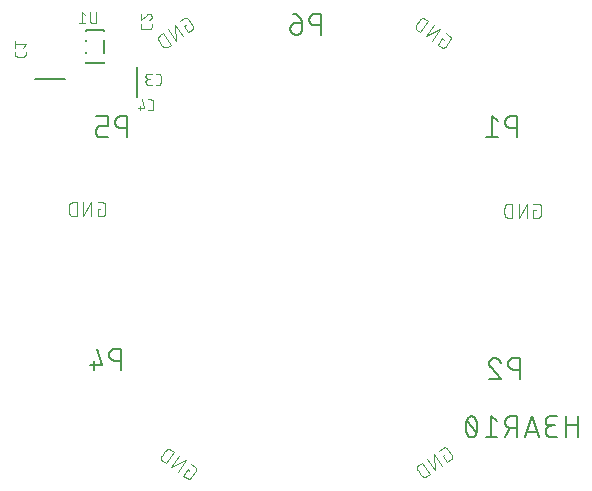
<source format=gbr>
G04 EAGLE Gerber RS-274X export*
G75*
%MOMM*%
%FSLAX34Y34*%
%LPD*%
%INSilkscreen Bottom*%
%IPPOS*%
%AMOC8*
5,1,8,0,0,1.08239X$1,22.5*%
G01*
%ADD10C,0.101600*%
%ADD11C,0.152400*%
%ADD12C,0.076200*%


D10*
X116266Y404603D02*
X114671Y405720D01*
X110948Y400403D01*
X114138Y398169D01*
X114221Y398114D01*
X114305Y398062D01*
X114392Y398013D01*
X114480Y397967D01*
X114570Y397925D01*
X114662Y397886D01*
X114755Y397851D01*
X114849Y397819D01*
X114944Y397791D01*
X115041Y397767D01*
X115138Y397746D01*
X115236Y397730D01*
X115335Y397716D01*
X115434Y397707D01*
X115533Y397702D01*
X115633Y397700D01*
X115732Y397702D01*
X115831Y397708D01*
X115930Y397718D01*
X116029Y397731D01*
X116127Y397749D01*
X116224Y397770D01*
X116320Y397794D01*
X116416Y397823D01*
X116510Y397855D01*
X116603Y397890D01*
X116694Y397929D01*
X116784Y397972D01*
X116872Y398018D01*
X116958Y398067D01*
X117043Y398120D01*
X117125Y398176D01*
X117205Y398235D01*
X117283Y398297D01*
X117358Y398362D01*
X117431Y398429D01*
X117501Y398500D01*
X117569Y398573D01*
X117633Y398649D01*
X117695Y398727D01*
X117754Y398807D01*
X121477Y404124D01*
X121532Y404207D01*
X121584Y404291D01*
X121633Y404378D01*
X121679Y404466D01*
X121721Y404556D01*
X121760Y404648D01*
X121795Y404741D01*
X121827Y404835D01*
X121855Y404930D01*
X121879Y405027D01*
X121900Y405124D01*
X121916Y405222D01*
X121930Y405321D01*
X121939Y405420D01*
X121944Y405519D01*
X121946Y405619D01*
X121944Y405718D01*
X121938Y405817D01*
X121928Y405916D01*
X121915Y406015D01*
X121897Y406113D01*
X121876Y406210D01*
X121852Y406306D01*
X121823Y406402D01*
X121791Y406496D01*
X121756Y406589D01*
X121717Y406680D01*
X121674Y406770D01*
X121628Y406858D01*
X121579Y406944D01*
X121526Y407029D01*
X121470Y407111D01*
X121411Y407191D01*
X121349Y407269D01*
X121284Y407344D01*
X121217Y407417D01*
X121146Y407487D01*
X121073Y407555D01*
X120997Y407619D01*
X120919Y407681D01*
X120839Y407740D01*
X120840Y407740D02*
X117649Y409974D01*
X112980Y413244D02*
X106278Y403673D01*
X100961Y407396D02*
X112980Y413244D01*
X107662Y416967D02*
X100961Y407396D01*
X96291Y410666D02*
X102992Y420237D01*
X100334Y422098D01*
X100334Y422099D02*
X100240Y422162D01*
X100144Y422222D01*
X100046Y422279D01*
X99946Y422332D01*
X99844Y422382D01*
X99740Y422428D01*
X99635Y422470D01*
X99529Y422509D01*
X99421Y422544D01*
X99312Y422575D01*
X99202Y422603D01*
X99091Y422626D01*
X98980Y422646D01*
X98868Y422662D01*
X98755Y422674D01*
X98642Y422682D01*
X98529Y422686D01*
X98415Y422686D01*
X98302Y422682D01*
X98189Y422674D01*
X98076Y422662D01*
X97964Y422646D01*
X97853Y422626D01*
X97742Y422603D01*
X97632Y422575D01*
X97523Y422544D01*
X97415Y422509D01*
X97309Y422470D01*
X97204Y422428D01*
X97100Y422382D01*
X96998Y422332D01*
X96898Y422279D01*
X96800Y422222D01*
X96704Y422162D01*
X96610Y422099D01*
X96519Y422032D01*
X96429Y421963D01*
X96342Y421890D01*
X96258Y421814D01*
X96177Y421735D01*
X96098Y421654D01*
X96022Y421570D01*
X95949Y421483D01*
X95880Y421394D01*
X95813Y421302D01*
X95814Y421301D02*
X92835Y417048D01*
X92772Y416954D01*
X92712Y416858D01*
X92655Y416760D01*
X92602Y416660D01*
X92552Y416558D01*
X92506Y416454D01*
X92464Y416349D01*
X92425Y416243D01*
X92390Y416135D01*
X92359Y416026D01*
X92331Y415916D01*
X92308Y415805D01*
X92288Y415694D01*
X92272Y415582D01*
X92260Y415469D01*
X92252Y415356D01*
X92248Y415243D01*
X92248Y415129D01*
X92252Y415016D01*
X92260Y414903D01*
X92272Y414790D01*
X92288Y414678D01*
X92308Y414567D01*
X92331Y414456D01*
X92359Y414346D01*
X92390Y414237D01*
X92425Y414129D01*
X92464Y414023D01*
X92506Y413918D01*
X92552Y413814D01*
X92602Y413712D01*
X92655Y413612D01*
X92712Y413514D01*
X92772Y413418D01*
X92835Y413324D01*
X92902Y413232D01*
X92971Y413143D01*
X93044Y413056D01*
X93120Y412972D01*
X93199Y412891D01*
X93280Y412812D01*
X93364Y412736D01*
X93451Y412663D01*
X93541Y412594D01*
X93632Y412527D01*
X96291Y410666D01*
X191916Y260219D02*
X193864Y260219D01*
X191916Y260219D02*
X191916Y253728D01*
X195811Y253728D01*
X195910Y253730D01*
X196010Y253736D01*
X196109Y253745D01*
X196207Y253758D01*
X196305Y253775D01*
X196403Y253796D01*
X196499Y253821D01*
X196594Y253849D01*
X196688Y253881D01*
X196781Y253916D01*
X196873Y253955D01*
X196963Y253998D01*
X197051Y254043D01*
X197138Y254093D01*
X197222Y254145D01*
X197305Y254201D01*
X197385Y254259D01*
X197463Y254321D01*
X197538Y254386D01*
X197611Y254454D01*
X197681Y254524D01*
X197749Y254597D01*
X197814Y254672D01*
X197876Y254750D01*
X197934Y254830D01*
X197990Y254913D01*
X198042Y254997D01*
X198092Y255084D01*
X198137Y255172D01*
X198180Y255262D01*
X198219Y255354D01*
X198254Y255447D01*
X198286Y255541D01*
X198314Y255636D01*
X198339Y255732D01*
X198360Y255830D01*
X198377Y255928D01*
X198390Y256026D01*
X198399Y256125D01*
X198405Y256225D01*
X198407Y256324D01*
X198408Y256324D02*
X198408Y262816D01*
X198407Y262816D02*
X198405Y262915D01*
X198399Y263015D01*
X198390Y263114D01*
X198377Y263212D01*
X198360Y263310D01*
X198339Y263408D01*
X198314Y263504D01*
X198286Y263599D01*
X198254Y263693D01*
X198219Y263786D01*
X198180Y263878D01*
X198137Y263968D01*
X198092Y264056D01*
X198042Y264143D01*
X197990Y264227D01*
X197934Y264310D01*
X197876Y264390D01*
X197814Y264468D01*
X197749Y264543D01*
X197681Y264616D01*
X197611Y264686D01*
X197538Y264754D01*
X197463Y264819D01*
X197385Y264881D01*
X197305Y264939D01*
X197222Y264995D01*
X197138Y265047D01*
X197051Y265097D01*
X196963Y265142D01*
X196873Y265185D01*
X196781Y265224D01*
X196688Y265259D01*
X196594Y265291D01*
X196499Y265319D01*
X196403Y265344D01*
X196305Y265365D01*
X196207Y265382D01*
X196109Y265395D01*
X196010Y265404D01*
X195910Y265410D01*
X195811Y265412D01*
X191916Y265412D01*
X186216Y265412D02*
X186216Y253728D01*
X179724Y253728D02*
X186216Y265412D01*
X179724Y265412D02*
X179724Y253728D01*
X174024Y253728D02*
X174024Y265412D01*
X170778Y265412D01*
X170665Y265410D01*
X170552Y265404D01*
X170439Y265394D01*
X170326Y265380D01*
X170214Y265363D01*
X170103Y265341D01*
X169993Y265316D01*
X169883Y265286D01*
X169775Y265253D01*
X169668Y265216D01*
X169562Y265176D01*
X169458Y265131D01*
X169355Y265083D01*
X169254Y265032D01*
X169155Y264977D01*
X169058Y264919D01*
X168963Y264857D01*
X168870Y264792D01*
X168780Y264724D01*
X168692Y264653D01*
X168606Y264578D01*
X168523Y264501D01*
X168443Y264421D01*
X168366Y264338D01*
X168291Y264252D01*
X168220Y264164D01*
X168152Y264074D01*
X168087Y263981D01*
X168025Y263886D01*
X167967Y263789D01*
X167912Y263690D01*
X167861Y263589D01*
X167813Y263486D01*
X167768Y263382D01*
X167728Y263276D01*
X167691Y263169D01*
X167658Y263061D01*
X167628Y262951D01*
X167603Y262841D01*
X167581Y262730D01*
X167564Y262618D01*
X167550Y262505D01*
X167540Y262392D01*
X167534Y262279D01*
X167532Y262166D01*
X167532Y256974D01*
X167534Y256861D01*
X167540Y256748D01*
X167550Y256635D01*
X167564Y256522D01*
X167581Y256410D01*
X167603Y256299D01*
X167628Y256189D01*
X167658Y256079D01*
X167691Y255971D01*
X167728Y255864D01*
X167768Y255758D01*
X167813Y255654D01*
X167861Y255551D01*
X167912Y255450D01*
X167967Y255351D01*
X168025Y255254D01*
X168087Y255159D01*
X168152Y255066D01*
X168220Y254976D01*
X168291Y254888D01*
X168366Y254802D01*
X168443Y254719D01*
X168523Y254639D01*
X168606Y254562D01*
X168692Y254487D01*
X168780Y254416D01*
X168870Y254348D01*
X168963Y254283D01*
X169058Y254221D01*
X169155Y254163D01*
X169254Y254108D01*
X169355Y254057D01*
X169458Y254009D01*
X169562Y253964D01*
X169668Y253924D01*
X169775Y253887D01*
X169883Y253854D01*
X169993Y253824D01*
X170103Y253799D01*
X170214Y253777D01*
X170326Y253760D01*
X170439Y253746D01*
X170552Y253736D01*
X170665Y253730D01*
X170778Y253728D01*
X174024Y253728D01*
X116791Y53470D02*
X115196Y52353D01*
X118919Y47036D01*
X122110Y49270D01*
X122109Y49270D02*
X122189Y49329D01*
X122267Y49391D01*
X122343Y49455D01*
X122416Y49523D01*
X122487Y49593D01*
X122554Y49666D01*
X122619Y49741D01*
X122681Y49819D01*
X122740Y49899D01*
X122796Y49981D01*
X122849Y50066D01*
X122898Y50152D01*
X122944Y50240D01*
X122987Y50330D01*
X123026Y50421D01*
X123061Y50514D01*
X123093Y50608D01*
X123122Y50704D01*
X123146Y50800D01*
X123167Y50897D01*
X123185Y50995D01*
X123198Y51094D01*
X123208Y51193D01*
X123214Y51292D01*
X123216Y51391D01*
X123214Y51491D01*
X123209Y51590D01*
X123199Y51689D01*
X123186Y51788D01*
X123170Y51886D01*
X123149Y51983D01*
X123125Y52080D01*
X123097Y52175D01*
X123065Y52269D01*
X123030Y52362D01*
X122991Y52454D01*
X122949Y52544D01*
X122903Y52632D01*
X122854Y52719D01*
X122802Y52803D01*
X122747Y52886D01*
X119024Y58203D01*
X118965Y58283D01*
X118903Y58361D01*
X118839Y58437D01*
X118771Y58510D01*
X118701Y58581D01*
X118628Y58648D01*
X118553Y58713D01*
X118475Y58775D01*
X118395Y58834D01*
X118313Y58890D01*
X118228Y58943D01*
X118142Y58992D01*
X118054Y59038D01*
X117964Y59081D01*
X117873Y59120D01*
X117780Y59155D01*
X117686Y59187D01*
X117590Y59216D01*
X117494Y59240D01*
X117397Y59261D01*
X117299Y59279D01*
X117200Y59292D01*
X117101Y59302D01*
X117002Y59308D01*
X116903Y59310D01*
X116803Y59308D01*
X116704Y59303D01*
X116605Y59294D01*
X116506Y59280D01*
X116408Y59264D01*
X116311Y59243D01*
X116214Y59219D01*
X116119Y59191D01*
X116025Y59159D01*
X115932Y59124D01*
X115840Y59085D01*
X115750Y59043D01*
X115662Y58997D01*
X115575Y58948D01*
X115491Y58896D01*
X115408Y58841D01*
X112218Y56607D01*
X107548Y53337D02*
X114249Y43766D01*
X108932Y40043D02*
X107548Y53337D01*
X102231Y49614D02*
X108932Y40043D01*
X104262Y36773D02*
X97561Y46344D01*
X94902Y44482D01*
X94902Y44483D02*
X94811Y44416D01*
X94721Y44347D01*
X94634Y44274D01*
X94550Y44198D01*
X94469Y44119D01*
X94390Y44038D01*
X94314Y43954D01*
X94241Y43867D01*
X94172Y43778D01*
X94105Y43686D01*
X94042Y43592D01*
X93982Y43496D01*
X93925Y43398D01*
X93872Y43298D01*
X93822Y43196D01*
X93776Y43092D01*
X93734Y42987D01*
X93695Y42881D01*
X93660Y42773D01*
X93629Y42664D01*
X93601Y42554D01*
X93578Y42443D01*
X93558Y42332D01*
X93542Y42220D01*
X93530Y42107D01*
X93522Y41994D01*
X93518Y41881D01*
X93518Y41767D01*
X93522Y41654D01*
X93530Y41541D01*
X93542Y41428D01*
X93558Y41316D01*
X93578Y41205D01*
X93601Y41094D01*
X93629Y40984D01*
X93660Y40875D01*
X93695Y40767D01*
X93734Y40661D01*
X93776Y40556D01*
X93822Y40452D01*
X93872Y40350D01*
X93925Y40250D01*
X93982Y40152D01*
X94042Y40056D01*
X94105Y39962D01*
X97084Y35708D01*
X97083Y35708D02*
X97150Y35617D01*
X97219Y35527D01*
X97292Y35440D01*
X97368Y35356D01*
X97447Y35275D01*
X97528Y35196D01*
X97612Y35120D01*
X97699Y35047D01*
X97789Y34978D01*
X97880Y34911D01*
X97974Y34848D01*
X98070Y34788D01*
X98168Y34731D01*
X98268Y34678D01*
X98370Y34628D01*
X98474Y34582D01*
X98579Y34540D01*
X98685Y34501D01*
X98793Y34466D01*
X98902Y34435D01*
X99012Y34407D01*
X99123Y34384D01*
X99234Y34364D01*
X99346Y34348D01*
X99459Y34336D01*
X99572Y34328D01*
X99685Y34324D01*
X99799Y34324D01*
X99912Y34328D01*
X100025Y34336D01*
X100138Y34348D01*
X100250Y34364D01*
X100361Y34384D01*
X100472Y34407D01*
X100582Y34435D01*
X100691Y34466D01*
X100799Y34501D01*
X100905Y34540D01*
X101010Y34582D01*
X101114Y34628D01*
X101216Y34678D01*
X101316Y34731D01*
X101414Y34788D01*
X101510Y34848D01*
X101604Y34911D01*
X104262Y36773D01*
X-99234Y39703D02*
X-100829Y40820D01*
X-104552Y35503D01*
X-101362Y33269D01*
X-101279Y33214D01*
X-101195Y33162D01*
X-101108Y33113D01*
X-101020Y33067D01*
X-100930Y33025D01*
X-100838Y32986D01*
X-100745Y32951D01*
X-100651Y32919D01*
X-100556Y32891D01*
X-100459Y32867D01*
X-100362Y32846D01*
X-100264Y32830D01*
X-100165Y32817D01*
X-100066Y32807D01*
X-99967Y32802D01*
X-99867Y32800D01*
X-99768Y32802D01*
X-99669Y32808D01*
X-99570Y32818D01*
X-99471Y32831D01*
X-99373Y32849D01*
X-99276Y32870D01*
X-99180Y32894D01*
X-99084Y32923D01*
X-98990Y32955D01*
X-98897Y32990D01*
X-98806Y33029D01*
X-98716Y33072D01*
X-98628Y33118D01*
X-98542Y33167D01*
X-98457Y33220D01*
X-98375Y33276D01*
X-98295Y33335D01*
X-98217Y33397D01*
X-98142Y33462D01*
X-98069Y33529D01*
X-97999Y33600D01*
X-97931Y33673D01*
X-97867Y33749D01*
X-97805Y33827D01*
X-97746Y33907D01*
X-94023Y39224D01*
X-93968Y39307D01*
X-93916Y39391D01*
X-93867Y39478D01*
X-93821Y39566D01*
X-93779Y39656D01*
X-93740Y39748D01*
X-93705Y39841D01*
X-93673Y39935D01*
X-93645Y40030D01*
X-93621Y40127D01*
X-93600Y40224D01*
X-93584Y40322D01*
X-93571Y40421D01*
X-93561Y40520D01*
X-93556Y40619D01*
X-93554Y40719D01*
X-93556Y40818D01*
X-93562Y40917D01*
X-93572Y41016D01*
X-93585Y41115D01*
X-93603Y41213D01*
X-93624Y41310D01*
X-93648Y41406D01*
X-93677Y41502D01*
X-93709Y41596D01*
X-93744Y41689D01*
X-93783Y41780D01*
X-93826Y41870D01*
X-93872Y41958D01*
X-93921Y42044D01*
X-93974Y42129D01*
X-94030Y42211D01*
X-94089Y42291D01*
X-94151Y42369D01*
X-94216Y42444D01*
X-94283Y42517D01*
X-94354Y42587D01*
X-94427Y42655D01*
X-94503Y42719D01*
X-94581Y42781D01*
X-94661Y42840D01*
X-94660Y42840D02*
X-97851Y45074D01*
X-102521Y48344D02*
X-109222Y38773D01*
X-114540Y42496D02*
X-102521Y48344D01*
X-107838Y52067D02*
X-114540Y42496D01*
X-119209Y45766D02*
X-112508Y55337D01*
X-115166Y57198D01*
X-115166Y57199D02*
X-115260Y57262D01*
X-115356Y57322D01*
X-115454Y57379D01*
X-115554Y57432D01*
X-115656Y57482D01*
X-115760Y57528D01*
X-115865Y57570D01*
X-115971Y57609D01*
X-116079Y57644D01*
X-116188Y57675D01*
X-116298Y57703D01*
X-116409Y57726D01*
X-116520Y57746D01*
X-116632Y57762D01*
X-116745Y57774D01*
X-116858Y57782D01*
X-116971Y57786D01*
X-117085Y57786D01*
X-117198Y57782D01*
X-117311Y57774D01*
X-117424Y57762D01*
X-117536Y57746D01*
X-117647Y57726D01*
X-117758Y57703D01*
X-117868Y57675D01*
X-117977Y57644D01*
X-118085Y57609D01*
X-118191Y57570D01*
X-118296Y57528D01*
X-118400Y57482D01*
X-118502Y57432D01*
X-118602Y57379D01*
X-118700Y57322D01*
X-118796Y57262D01*
X-118890Y57199D01*
X-118981Y57132D01*
X-119071Y57063D01*
X-119158Y56990D01*
X-119242Y56914D01*
X-119323Y56835D01*
X-119402Y56754D01*
X-119478Y56670D01*
X-119551Y56583D01*
X-119620Y56494D01*
X-119687Y56402D01*
X-119687Y56401D02*
X-122665Y52148D01*
X-122666Y52148D02*
X-122729Y52054D01*
X-122789Y51958D01*
X-122846Y51860D01*
X-122899Y51760D01*
X-122949Y51658D01*
X-122995Y51554D01*
X-123037Y51449D01*
X-123076Y51343D01*
X-123111Y51235D01*
X-123142Y51126D01*
X-123170Y51016D01*
X-123193Y50905D01*
X-123213Y50794D01*
X-123229Y50682D01*
X-123241Y50569D01*
X-123249Y50456D01*
X-123253Y50343D01*
X-123253Y50229D01*
X-123249Y50116D01*
X-123241Y50003D01*
X-123229Y49890D01*
X-123213Y49778D01*
X-123193Y49667D01*
X-123170Y49556D01*
X-123142Y49446D01*
X-123111Y49337D01*
X-123076Y49229D01*
X-123037Y49123D01*
X-122995Y49018D01*
X-122949Y48914D01*
X-122899Y48812D01*
X-122846Y48712D01*
X-122789Y48614D01*
X-122729Y48518D01*
X-122666Y48424D01*
X-122599Y48332D01*
X-122530Y48243D01*
X-122457Y48156D01*
X-122381Y48072D01*
X-122302Y47991D01*
X-122221Y47912D01*
X-122137Y47836D01*
X-122050Y47763D01*
X-121960Y47694D01*
X-121869Y47627D01*
X-121868Y47627D02*
X-119209Y45766D01*
X-174906Y261489D02*
X-176854Y261489D01*
X-176854Y254998D01*
X-172959Y254998D01*
X-172860Y255000D01*
X-172760Y255006D01*
X-172661Y255015D01*
X-172563Y255028D01*
X-172465Y255045D01*
X-172367Y255066D01*
X-172271Y255091D01*
X-172176Y255119D01*
X-172082Y255151D01*
X-171989Y255186D01*
X-171897Y255225D01*
X-171807Y255268D01*
X-171719Y255313D01*
X-171632Y255363D01*
X-171548Y255415D01*
X-171465Y255471D01*
X-171385Y255529D01*
X-171307Y255591D01*
X-171232Y255656D01*
X-171159Y255724D01*
X-171089Y255794D01*
X-171021Y255867D01*
X-170956Y255942D01*
X-170894Y256020D01*
X-170836Y256100D01*
X-170780Y256183D01*
X-170728Y256267D01*
X-170678Y256354D01*
X-170633Y256442D01*
X-170590Y256532D01*
X-170551Y256624D01*
X-170516Y256717D01*
X-170484Y256811D01*
X-170456Y256906D01*
X-170431Y257002D01*
X-170410Y257100D01*
X-170393Y257198D01*
X-170380Y257296D01*
X-170371Y257395D01*
X-170365Y257495D01*
X-170363Y257594D01*
X-170363Y264086D01*
X-170365Y264185D01*
X-170371Y264285D01*
X-170380Y264384D01*
X-170393Y264482D01*
X-170410Y264580D01*
X-170431Y264678D01*
X-170456Y264774D01*
X-170484Y264869D01*
X-170516Y264963D01*
X-170551Y265056D01*
X-170590Y265148D01*
X-170633Y265238D01*
X-170678Y265326D01*
X-170728Y265413D01*
X-170780Y265497D01*
X-170836Y265580D01*
X-170894Y265660D01*
X-170956Y265738D01*
X-171021Y265813D01*
X-171089Y265886D01*
X-171159Y265956D01*
X-171232Y266024D01*
X-171307Y266089D01*
X-171385Y266151D01*
X-171465Y266209D01*
X-171548Y266265D01*
X-171632Y266317D01*
X-171719Y266367D01*
X-171807Y266412D01*
X-171897Y266455D01*
X-171989Y266494D01*
X-172081Y266529D01*
X-172176Y266561D01*
X-172271Y266589D01*
X-172367Y266614D01*
X-172465Y266635D01*
X-172563Y266652D01*
X-172661Y266665D01*
X-172760Y266674D01*
X-172860Y266680D01*
X-172959Y266682D01*
X-176854Y266682D01*
X-182554Y266682D02*
X-182554Y254998D01*
X-189046Y254998D02*
X-182554Y266682D01*
X-189046Y266682D02*
X-189046Y254998D01*
X-194746Y254998D02*
X-194746Y266682D01*
X-197992Y266682D01*
X-198105Y266680D01*
X-198218Y266674D01*
X-198331Y266664D01*
X-198444Y266650D01*
X-198556Y266633D01*
X-198667Y266611D01*
X-198777Y266586D01*
X-198887Y266556D01*
X-198995Y266523D01*
X-199102Y266486D01*
X-199208Y266446D01*
X-199312Y266401D01*
X-199415Y266353D01*
X-199516Y266302D01*
X-199615Y266247D01*
X-199712Y266189D01*
X-199807Y266127D01*
X-199900Y266062D01*
X-199990Y265994D01*
X-200078Y265923D01*
X-200164Y265848D01*
X-200247Y265771D01*
X-200327Y265691D01*
X-200404Y265608D01*
X-200479Y265522D01*
X-200550Y265434D01*
X-200618Y265344D01*
X-200683Y265251D01*
X-200745Y265156D01*
X-200803Y265059D01*
X-200858Y264960D01*
X-200909Y264859D01*
X-200957Y264756D01*
X-201002Y264652D01*
X-201042Y264546D01*
X-201079Y264439D01*
X-201112Y264331D01*
X-201142Y264221D01*
X-201167Y264111D01*
X-201189Y264000D01*
X-201206Y263888D01*
X-201220Y263775D01*
X-201230Y263662D01*
X-201236Y263549D01*
X-201238Y263436D01*
X-201238Y258244D01*
X-201236Y258131D01*
X-201230Y258018D01*
X-201220Y257905D01*
X-201206Y257792D01*
X-201189Y257680D01*
X-201167Y257569D01*
X-201142Y257459D01*
X-201112Y257349D01*
X-201079Y257241D01*
X-201042Y257134D01*
X-201002Y257028D01*
X-200957Y256924D01*
X-200909Y256821D01*
X-200858Y256720D01*
X-200803Y256621D01*
X-200745Y256524D01*
X-200683Y256429D01*
X-200618Y256336D01*
X-200550Y256246D01*
X-200479Y256158D01*
X-200404Y256072D01*
X-200327Y255989D01*
X-200247Y255909D01*
X-200164Y255832D01*
X-200078Y255757D01*
X-199990Y255686D01*
X-199900Y255618D01*
X-199807Y255553D01*
X-199712Y255491D01*
X-199615Y255433D01*
X-199516Y255378D01*
X-199415Y255327D01*
X-199312Y255279D01*
X-199208Y255234D01*
X-199102Y255194D01*
X-198995Y255157D01*
X-198887Y255124D01*
X-198777Y255094D01*
X-198667Y255069D01*
X-198556Y255047D01*
X-198444Y255030D01*
X-198331Y255016D01*
X-198218Y255006D01*
X-198105Y255000D01*
X-197992Y254998D01*
X-194746Y254998D01*
X-104114Y415983D02*
X-102519Y417100D01*
X-104114Y415983D02*
X-100391Y410666D01*
X-97201Y412900D01*
X-97121Y412959D01*
X-97043Y413021D01*
X-96967Y413085D01*
X-96894Y413153D01*
X-96823Y413223D01*
X-96756Y413296D01*
X-96691Y413371D01*
X-96629Y413449D01*
X-96570Y413529D01*
X-96514Y413611D01*
X-96461Y413696D01*
X-96412Y413782D01*
X-96366Y413870D01*
X-96323Y413960D01*
X-96284Y414051D01*
X-96249Y414144D01*
X-96217Y414238D01*
X-96188Y414334D01*
X-96164Y414430D01*
X-96143Y414527D01*
X-96125Y414625D01*
X-96112Y414724D01*
X-96102Y414823D01*
X-96096Y414922D01*
X-96094Y415021D01*
X-96096Y415121D01*
X-96101Y415220D01*
X-96111Y415319D01*
X-96124Y415418D01*
X-96140Y415516D01*
X-96161Y415613D01*
X-96185Y415710D01*
X-96213Y415805D01*
X-96245Y415899D01*
X-96280Y415992D01*
X-96319Y416084D01*
X-96361Y416174D01*
X-96407Y416262D01*
X-96456Y416349D01*
X-96508Y416433D01*
X-96563Y416516D01*
X-100286Y421833D01*
X-100345Y421913D01*
X-100407Y421991D01*
X-100471Y422067D01*
X-100539Y422140D01*
X-100609Y422211D01*
X-100682Y422278D01*
X-100757Y422343D01*
X-100835Y422405D01*
X-100915Y422464D01*
X-100997Y422520D01*
X-101082Y422573D01*
X-101168Y422622D01*
X-101256Y422668D01*
X-101346Y422711D01*
X-101437Y422750D01*
X-101530Y422785D01*
X-101624Y422817D01*
X-101720Y422846D01*
X-101816Y422870D01*
X-101913Y422891D01*
X-102011Y422909D01*
X-102110Y422922D01*
X-102209Y422932D01*
X-102308Y422938D01*
X-102407Y422940D01*
X-102507Y422938D01*
X-102606Y422933D01*
X-102705Y422923D01*
X-102804Y422910D01*
X-102902Y422894D01*
X-102999Y422873D01*
X-103096Y422849D01*
X-103191Y422821D01*
X-103285Y422789D01*
X-103378Y422754D01*
X-103470Y422715D01*
X-103560Y422673D01*
X-103648Y422627D01*
X-103735Y422578D01*
X-103819Y422526D01*
X-103902Y422471D01*
X-107092Y420237D01*
X-111762Y416967D02*
X-105061Y407396D01*
X-110378Y403673D02*
X-111762Y416967D01*
X-117080Y413244D02*
X-110378Y403673D01*
X-115048Y400403D02*
X-121750Y409974D01*
X-124408Y408112D01*
X-124409Y408113D02*
X-124500Y408046D01*
X-124590Y407977D01*
X-124677Y407904D01*
X-124761Y407828D01*
X-124842Y407749D01*
X-124921Y407668D01*
X-124997Y407584D01*
X-125070Y407497D01*
X-125139Y407407D01*
X-125206Y407316D01*
X-125269Y407222D01*
X-125329Y407126D01*
X-125386Y407028D01*
X-125439Y406928D01*
X-125489Y406826D01*
X-125535Y406722D01*
X-125577Y406617D01*
X-125616Y406511D01*
X-125651Y406403D01*
X-125682Y406294D01*
X-125710Y406184D01*
X-125733Y406073D01*
X-125753Y405962D01*
X-125769Y405850D01*
X-125781Y405737D01*
X-125789Y405624D01*
X-125793Y405511D01*
X-125793Y405397D01*
X-125789Y405284D01*
X-125781Y405171D01*
X-125769Y405058D01*
X-125753Y404946D01*
X-125733Y404835D01*
X-125710Y404724D01*
X-125682Y404614D01*
X-125651Y404505D01*
X-125616Y404397D01*
X-125577Y404291D01*
X-125535Y404186D01*
X-125489Y404082D01*
X-125439Y403980D01*
X-125386Y403880D01*
X-125329Y403782D01*
X-125269Y403686D01*
X-125206Y403592D01*
X-125205Y403592D02*
X-122227Y399338D01*
X-122160Y399247D01*
X-122091Y399157D01*
X-122018Y399070D01*
X-121942Y398986D01*
X-121863Y398905D01*
X-121782Y398826D01*
X-121698Y398750D01*
X-121611Y398677D01*
X-121521Y398608D01*
X-121430Y398541D01*
X-121336Y398478D01*
X-121240Y398418D01*
X-121142Y398361D01*
X-121042Y398308D01*
X-120940Y398258D01*
X-120836Y398212D01*
X-120731Y398170D01*
X-120625Y398131D01*
X-120517Y398096D01*
X-120408Y398065D01*
X-120298Y398037D01*
X-120187Y398014D01*
X-120076Y397994D01*
X-119964Y397978D01*
X-119851Y397966D01*
X-119738Y397958D01*
X-119625Y397954D01*
X-119511Y397954D01*
X-119398Y397958D01*
X-119285Y397966D01*
X-119172Y397978D01*
X-119060Y397994D01*
X-118949Y398014D01*
X-118838Y398037D01*
X-118728Y398065D01*
X-118619Y398096D01*
X-118511Y398131D01*
X-118405Y398170D01*
X-118300Y398212D01*
X-118196Y398258D01*
X-118094Y398308D01*
X-117994Y398361D01*
X-117896Y398418D01*
X-117800Y398478D01*
X-117706Y398541D01*
X-115048Y400403D01*
D11*
X177886Y339690D02*
X177886Y321910D01*
X177886Y339690D02*
X172948Y339690D01*
X172808Y339688D01*
X172669Y339682D01*
X172529Y339672D01*
X172390Y339658D01*
X172251Y339641D01*
X172113Y339619D01*
X171976Y339593D01*
X171839Y339564D01*
X171703Y339531D01*
X171569Y339494D01*
X171435Y339453D01*
X171303Y339408D01*
X171171Y339359D01*
X171042Y339307D01*
X170914Y339252D01*
X170787Y339192D01*
X170662Y339129D01*
X170539Y339063D01*
X170418Y338993D01*
X170299Y338920D01*
X170182Y338843D01*
X170068Y338763D01*
X169955Y338680D01*
X169845Y338594D01*
X169738Y338504D01*
X169633Y338412D01*
X169531Y338317D01*
X169431Y338219D01*
X169334Y338118D01*
X169240Y338014D01*
X169150Y337908D01*
X169062Y337799D01*
X168977Y337688D01*
X168896Y337574D01*
X168817Y337459D01*
X168742Y337341D01*
X168671Y337221D01*
X168603Y337098D01*
X168538Y336975D01*
X168477Y336849D01*
X168419Y336721D01*
X168365Y336593D01*
X168315Y336462D01*
X168268Y336330D01*
X168225Y336197D01*
X168186Y336063D01*
X168151Y335928D01*
X168120Y335792D01*
X168092Y335654D01*
X168069Y335517D01*
X168049Y335378D01*
X168033Y335239D01*
X168021Y335100D01*
X168013Y334961D01*
X168009Y334821D01*
X168009Y334681D01*
X168013Y334541D01*
X168021Y334402D01*
X168033Y334263D01*
X168049Y334124D01*
X168069Y333985D01*
X168092Y333848D01*
X168120Y333710D01*
X168151Y333574D01*
X168186Y333439D01*
X168225Y333305D01*
X168268Y333172D01*
X168315Y333040D01*
X168365Y332909D01*
X168419Y332781D01*
X168477Y332653D01*
X168538Y332527D01*
X168603Y332404D01*
X168671Y332282D01*
X168742Y332161D01*
X168817Y332043D01*
X168896Y331928D01*
X168977Y331814D01*
X169062Y331703D01*
X169150Y331594D01*
X169240Y331488D01*
X169334Y331384D01*
X169431Y331283D01*
X169531Y331185D01*
X169633Y331090D01*
X169738Y330998D01*
X169845Y330908D01*
X169955Y330822D01*
X170068Y330739D01*
X170182Y330659D01*
X170299Y330582D01*
X170418Y330509D01*
X170539Y330439D01*
X170662Y330373D01*
X170787Y330310D01*
X170914Y330250D01*
X171042Y330195D01*
X171171Y330143D01*
X171303Y330094D01*
X171435Y330049D01*
X171569Y330008D01*
X171703Y329971D01*
X171839Y329938D01*
X171976Y329909D01*
X172113Y329883D01*
X172251Y329861D01*
X172390Y329844D01*
X172529Y329830D01*
X172669Y329820D01*
X172808Y329814D01*
X172948Y329812D01*
X177886Y329812D01*
X161891Y335739D02*
X156952Y339690D01*
X156952Y321910D01*
X152014Y321910D02*
X161891Y321910D01*
X180426Y135100D02*
X180426Y117320D01*
X180426Y135100D02*
X175488Y135100D01*
X175348Y135098D01*
X175209Y135092D01*
X175069Y135082D01*
X174930Y135068D01*
X174791Y135051D01*
X174653Y135029D01*
X174516Y135003D01*
X174379Y134974D01*
X174243Y134941D01*
X174109Y134904D01*
X173975Y134863D01*
X173843Y134818D01*
X173711Y134769D01*
X173582Y134717D01*
X173454Y134662D01*
X173327Y134602D01*
X173202Y134539D01*
X173079Y134473D01*
X172958Y134403D01*
X172839Y134330D01*
X172722Y134253D01*
X172608Y134173D01*
X172495Y134090D01*
X172385Y134004D01*
X172278Y133914D01*
X172173Y133822D01*
X172071Y133727D01*
X171971Y133629D01*
X171874Y133528D01*
X171780Y133424D01*
X171690Y133318D01*
X171602Y133209D01*
X171517Y133098D01*
X171436Y132984D01*
X171357Y132869D01*
X171282Y132751D01*
X171211Y132631D01*
X171143Y132508D01*
X171078Y132385D01*
X171017Y132259D01*
X170959Y132131D01*
X170905Y132003D01*
X170855Y131872D01*
X170808Y131740D01*
X170765Y131607D01*
X170726Y131473D01*
X170691Y131338D01*
X170660Y131202D01*
X170632Y131064D01*
X170609Y130927D01*
X170589Y130788D01*
X170573Y130649D01*
X170561Y130510D01*
X170553Y130371D01*
X170549Y130231D01*
X170549Y130091D01*
X170553Y129951D01*
X170561Y129812D01*
X170573Y129673D01*
X170589Y129534D01*
X170609Y129395D01*
X170632Y129258D01*
X170660Y129120D01*
X170691Y128984D01*
X170726Y128849D01*
X170765Y128715D01*
X170808Y128582D01*
X170855Y128450D01*
X170905Y128319D01*
X170959Y128191D01*
X171017Y128063D01*
X171078Y127937D01*
X171143Y127814D01*
X171211Y127691D01*
X171282Y127571D01*
X171357Y127453D01*
X171436Y127338D01*
X171517Y127224D01*
X171602Y127113D01*
X171690Y127004D01*
X171780Y126898D01*
X171874Y126794D01*
X171971Y126693D01*
X172071Y126595D01*
X172173Y126500D01*
X172278Y126408D01*
X172385Y126318D01*
X172495Y126232D01*
X172608Y126149D01*
X172722Y126069D01*
X172839Y125992D01*
X172958Y125919D01*
X173079Y125849D01*
X173202Y125783D01*
X173327Y125720D01*
X173454Y125660D01*
X173582Y125605D01*
X173711Y125553D01*
X173843Y125504D01*
X173975Y125459D01*
X174109Y125418D01*
X174243Y125381D01*
X174379Y125348D01*
X174516Y125319D01*
X174653Y125293D01*
X174791Y125271D01*
X174930Y125254D01*
X175069Y125240D01*
X175209Y125230D01*
X175348Y125224D01*
X175488Y125222D01*
X180426Y125222D01*
X158999Y135100D02*
X158867Y135098D01*
X158736Y135092D01*
X158604Y135082D01*
X158473Y135069D01*
X158343Y135051D01*
X158213Y135030D01*
X158083Y135005D01*
X157955Y134976D01*
X157827Y134943D01*
X157701Y134906D01*
X157575Y134866D01*
X157451Y134822D01*
X157328Y134774D01*
X157207Y134723D01*
X157087Y134668D01*
X156969Y134610D01*
X156853Y134548D01*
X156739Y134482D01*
X156626Y134414D01*
X156516Y134342D01*
X156408Y134267D01*
X156302Y134188D01*
X156198Y134107D01*
X156097Y134022D01*
X155999Y133935D01*
X155903Y133844D01*
X155810Y133751D01*
X155719Y133655D01*
X155632Y133557D01*
X155547Y133456D01*
X155466Y133352D01*
X155387Y133246D01*
X155312Y133138D01*
X155240Y133028D01*
X155172Y132915D01*
X155106Y132801D01*
X155044Y132685D01*
X154986Y132567D01*
X154931Y132447D01*
X154880Y132326D01*
X154832Y132203D01*
X154788Y132079D01*
X154748Y131953D01*
X154711Y131827D01*
X154678Y131699D01*
X154649Y131571D01*
X154624Y131441D01*
X154603Y131311D01*
X154585Y131181D01*
X154572Y131050D01*
X154562Y130918D01*
X154556Y130787D01*
X154554Y130655D01*
X158999Y135100D02*
X159149Y135098D01*
X159298Y135092D01*
X159447Y135082D01*
X159596Y135069D01*
X159745Y135051D01*
X159893Y135030D01*
X160041Y135004D01*
X160187Y134975D01*
X160333Y134942D01*
X160478Y134905D01*
X160622Y134864D01*
X160765Y134820D01*
X160907Y134772D01*
X161047Y134720D01*
X161186Y134665D01*
X161324Y134606D01*
X161459Y134543D01*
X161594Y134477D01*
X161726Y134407D01*
X161856Y134334D01*
X161985Y134257D01*
X162112Y134177D01*
X162236Y134094D01*
X162358Y134008D01*
X162478Y133918D01*
X162595Y133825D01*
X162710Y133730D01*
X162823Y133631D01*
X162933Y133529D01*
X163040Y133425D01*
X163144Y133318D01*
X163246Y133208D01*
X163344Y133095D01*
X163440Y132980D01*
X163532Y132862D01*
X163622Y132742D01*
X163708Y132620D01*
X163791Y132496D01*
X163871Y132369D01*
X163947Y132241D01*
X164020Y132110D01*
X164090Y131977D01*
X164156Y131843D01*
X164218Y131707D01*
X164277Y131570D01*
X164333Y131431D01*
X164384Y131290D01*
X164432Y131149D01*
X156036Y127198D02*
X155940Y127291D01*
X155848Y127387D01*
X155758Y127486D01*
X155671Y127587D01*
X155587Y127690D01*
X155505Y127795D01*
X155427Y127903D01*
X155352Y128013D01*
X155279Y128125D01*
X155210Y128239D01*
X155144Y128355D01*
X155082Y128473D01*
X155023Y128592D01*
X154967Y128713D01*
X154914Y128836D01*
X154865Y128960D01*
X154820Y129085D01*
X154777Y129212D01*
X154739Y129339D01*
X154704Y129468D01*
X154673Y129597D01*
X154645Y129728D01*
X154621Y129859D01*
X154600Y129991D01*
X154584Y130123D01*
X154571Y130256D01*
X154561Y130389D01*
X154556Y130522D01*
X154554Y130655D01*
X156035Y127198D02*
X164431Y117320D01*
X154554Y117320D01*
X-157384Y124940D02*
X-157384Y142720D01*
X-162323Y142720D01*
X-162463Y142718D01*
X-162602Y142712D01*
X-162742Y142702D01*
X-162881Y142688D01*
X-163020Y142671D01*
X-163158Y142649D01*
X-163295Y142623D01*
X-163432Y142594D01*
X-163568Y142561D01*
X-163702Y142524D01*
X-163836Y142483D01*
X-163968Y142438D01*
X-164100Y142389D01*
X-164229Y142337D01*
X-164357Y142282D01*
X-164484Y142222D01*
X-164609Y142159D01*
X-164732Y142093D01*
X-164853Y142023D01*
X-164972Y141950D01*
X-165089Y141873D01*
X-165203Y141793D01*
X-165316Y141710D01*
X-165426Y141624D01*
X-165533Y141534D01*
X-165638Y141442D01*
X-165740Y141347D01*
X-165840Y141249D01*
X-165937Y141148D01*
X-166031Y141044D01*
X-166121Y140938D01*
X-166209Y140829D01*
X-166294Y140718D01*
X-166375Y140604D01*
X-166454Y140489D01*
X-166529Y140371D01*
X-166600Y140251D01*
X-166668Y140128D01*
X-166733Y140005D01*
X-166794Y139879D01*
X-166852Y139751D01*
X-166906Y139623D01*
X-166956Y139492D01*
X-167003Y139360D01*
X-167046Y139227D01*
X-167085Y139093D01*
X-167120Y138958D01*
X-167151Y138822D01*
X-167179Y138684D01*
X-167202Y138547D01*
X-167222Y138408D01*
X-167238Y138269D01*
X-167250Y138130D01*
X-167258Y137991D01*
X-167262Y137851D01*
X-167262Y137711D01*
X-167258Y137571D01*
X-167250Y137432D01*
X-167238Y137293D01*
X-167222Y137154D01*
X-167202Y137015D01*
X-167179Y136878D01*
X-167151Y136740D01*
X-167120Y136604D01*
X-167085Y136469D01*
X-167046Y136335D01*
X-167003Y136202D01*
X-166956Y136070D01*
X-166906Y135939D01*
X-166852Y135811D01*
X-166794Y135683D01*
X-166733Y135557D01*
X-166668Y135434D01*
X-166600Y135311D01*
X-166529Y135191D01*
X-166454Y135073D01*
X-166375Y134958D01*
X-166294Y134844D01*
X-166209Y134733D01*
X-166121Y134624D01*
X-166031Y134518D01*
X-165937Y134414D01*
X-165840Y134313D01*
X-165740Y134215D01*
X-165638Y134120D01*
X-165533Y134028D01*
X-165426Y133938D01*
X-165316Y133852D01*
X-165203Y133769D01*
X-165089Y133689D01*
X-164972Y133612D01*
X-164853Y133539D01*
X-164732Y133469D01*
X-164609Y133403D01*
X-164484Y133340D01*
X-164357Y133280D01*
X-164229Y133225D01*
X-164100Y133173D01*
X-163968Y133124D01*
X-163836Y133079D01*
X-163702Y133038D01*
X-163568Y133001D01*
X-163432Y132968D01*
X-163295Y132939D01*
X-163158Y132913D01*
X-163020Y132891D01*
X-162881Y132874D01*
X-162742Y132860D01*
X-162602Y132850D01*
X-162463Y132844D01*
X-162323Y132842D01*
X-157384Y132842D01*
X-173379Y128891D02*
X-177330Y142720D01*
X-173379Y128891D02*
X-183256Y128891D01*
X-180293Y132842D02*
X-180293Y124940D01*
X-152304Y321910D02*
X-152304Y339690D01*
X-157243Y339690D01*
X-157383Y339688D01*
X-157522Y339682D01*
X-157662Y339672D01*
X-157801Y339658D01*
X-157940Y339641D01*
X-158078Y339619D01*
X-158215Y339593D01*
X-158352Y339564D01*
X-158488Y339531D01*
X-158622Y339494D01*
X-158756Y339453D01*
X-158888Y339408D01*
X-159020Y339359D01*
X-159149Y339307D01*
X-159277Y339252D01*
X-159404Y339192D01*
X-159529Y339129D01*
X-159652Y339063D01*
X-159773Y338993D01*
X-159892Y338920D01*
X-160009Y338843D01*
X-160123Y338763D01*
X-160236Y338680D01*
X-160346Y338594D01*
X-160453Y338504D01*
X-160558Y338412D01*
X-160660Y338317D01*
X-160760Y338219D01*
X-160857Y338118D01*
X-160951Y338014D01*
X-161041Y337908D01*
X-161129Y337799D01*
X-161214Y337688D01*
X-161295Y337574D01*
X-161374Y337459D01*
X-161449Y337341D01*
X-161520Y337221D01*
X-161588Y337098D01*
X-161653Y336975D01*
X-161714Y336849D01*
X-161772Y336721D01*
X-161826Y336593D01*
X-161876Y336462D01*
X-161923Y336330D01*
X-161966Y336197D01*
X-162005Y336063D01*
X-162040Y335928D01*
X-162071Y335792D01*
X-162099Y335654D01*
X-162122Y335517D01*
X-162142Y335378D01*
X-162158Y335239D01*
X-162170Y335100D01*
X-162178Y334961D01*
X-162182Y334821D01*
X-162182Y334681D01*
X-162178Y334541D01*
X-162170Y334402D01*
X-162158Y334263D01*
X-162142Y334124D01*
X-162122Y333985D01*
X-162099Y333848D01*
X-162071Y333710D01*
X-162040Y333574D01*
X-162005Y333439D01*
X-161966Y333305D01*
X-161923Y333172D01*
X-161876Y333040D01*
X-161826Y332909D01*
X-161772Y332781D01*
X-161714Y332653D01*
X-161653Y332527D01*
X-161588Y332404D01*
X-161520Y332282D01*
X-161449Y332161D01*
X-161374Y332043D01*
X-161295Y331928D01*
X-161214Y331814D01*
X-161129Y331703D01*
X-161041Y331594D01*
X-160951Y331488D01*
X-160857Y331384D01*
X-160760Y331283D01*
X-160660Y331185D01*
X-160558Y331090D01*
X-160453Y330998D01*
X-160346Y330908D01*
X-160236Y330822D01*
X-160123Y330739D01*
X-160009Y330659D01*
X-159892Y330582D01*
X-159773Y330509D01*
X-159652Y330439D01*
X-159529Y330373D01*
X-159404Y330310D01*
X-159277Y330250D01*
X-159149Y330195D01*
X-159020Y330143D01*
X-158888Y330094D01*
X-158756Y330049D01*
X-158622Y330008D01*
X-158488Y329971D01*
X-158352Y329938D01*
X-158215Y329909D01*
X-158078Y329883D01*
X-157940Y329861D01*
X-157801Y329844D01*
X-157662Y329830D01*
X-157522Y329820D01*
X-157383Y329814D01*
X-157243Y329812D01*
X-152304Y329812D01*
X-168299Y321910D02*
X-174225Y321910D01*
X-174349Y321912D01*
X-174473Y321918D01*
X-174597Y321928D01*
X-174720Y321941D01*
X-174843Y321959D01*
X-174965Y321980D01*
X-175087Y322005D01*
X-175208Y322034D01*
X-175327Y322067D01*
X-175446Y322103D01*
X-175563Y322144D01*
X-175679Y322187D01*
X-175794Y322235D01*
X-175907Y322286D01*
X-176019Y322341D01*
X-176128Y322399D01*
X-176236Y322460D01*
X-176342Y322525D01*
X-176446Y322593D01*
X-176547Y322665D01*
X-176647Y322739D01*
X-176743Y322817D01*
X-176838Y322897D01*
X-176930Y322981D01*
X-177019Y323067D01*
X-177105Y323156D01*
X-177189Y323248D01*
X-177269Y323343D01*
X-177347Y323439D01*
X-177421Y323539D01*
X-177493Y323640D01*
X-177561Y323744D01*
X-177626Y323850D01*
X-177687Y323958D01*
X-177745Y324067D01*
X-177800Y324179D01*
X-177851Y324292D01*
X-177899Y324407D01*
X-177942Y324523D01*
X-177983Y324640D01*
X-178019Y324759D01*
X-178052Y324878D01*
X-178081Y324999D01*
X-178106Y325121D01*
X-178127Y325243D01*
X-178145Y325366D01*
X-178158Y325489D01*
X-178168Y325613D01*
X-178174Y325737D01*
X-178176Y325861D01*
X-178176Y327837D01*
X-178174Y327961D01*
X-178168Y328085D01*
X-178158Y328209D01*
X-178145Y328332D01*
X-178127Y328455D01*
X-178106Y328577D01*
X-178081Y328699D01*
X-178052Y328820D01*
X-178019Y328939D01*
X-177983Y329058D01*
X-177942Y329175D01*
X-177899Y329291D01*
X-177851Y329406D01*
X-177800Y329519D01*
X-177745Y329631D01*
X-177687Y329740D01*
X-177626Y329848D01*
X-177561Y329954D01*
X-177493Y330058D01*
X-177421Y330159D01*
X-177347Y330259D01*
X-177269Y330355D01*
X-177189Y330450D01*
X-177105Y330542D01*
X-177019Y330631D01*
X-176930Y330717D01*
X-176838Y330801D01*
X-176743Y330881D01*
X-176647Y330959D01*
X-176547Y331033D01*
X-176446Y331105D01*
X-176342Y331173D01*
X-176236Y331238D01*
X-176128Y331299D01*
X-176019Y331357D01*
X-175907Y331412D01*
X-175794Y331463D01*
X-175679Y331511D01*
X-175563Y331554D01*
X-175446Y331595D01*
X-175327Y331631D01*
X-175208Y331664D01*
X-175087Y331693D01*
X-174965Y331718D01*
X-174843Y331739D01*
X-174720Y331757D01*
X-174597Y331770D01*
X-174473Y331780D01*
X-174349Y331786D01*
X-174225Y331788D01*
X-168299Y331788D01*
X-168299Y339690D01*
X-178176Y339690D01*
X12156Y408660D02*
X12156Y426440D01*
X7218Y426440D01*
X7078Y426438D01*
X6939Y426432D01*
X6799Y426422D01*
X6660Y426408D01*
X6521Y426391D01*
X6383Y426369D01*
X6246Y426343D01*
X6109Y426314D01*
X5973Y426281D01*
X5839Y426244D01*
X5705Y426203D01*
X5573Y426158D01*
X5441Y426109D01*
X5312Y426057D01*
X5184Y426002D01*
X5057Y425942D01*
X4932Y425879D01*
X4809Y425813D01*
X4688Y425743D01*
X4569Y425670D01*
X4452Y425593D01*
X4338Y425513D01*
X4225Y425430D01*
X4115Y425344D01*
X4008Y425254D01*
X3903Y425162D01*
X3801Y425067D01*
X3701Y424969D01*
X3604Y424868D01*
X3510Y424764D01*
X3420Y424658D01*
X3332Y424549D01*
X3247Y424438D01*
X3166Y424324D01*
X3087Y424209D01*
X3012Y424091D01*
X2941Y423971D01*
X2873Y423848D01*
X2808Y423725D01*
X2747Y423599D01*
X2689Y423471D01*
X2635Y423343D01*
X2585Y423212D01*
X2538Y423080D01*
X2495Y422947D01*
X2456Y422813D01*
X2421Y422678D01*
X2390Y422542D01*
X2362Y422404D01*
X2339Y422267D01*
X2319Y422128D01*
X2303Y421989D01*
X2291Y421850D01*
X2283Y421711D01*
X2279Y421571D01*
X2279Y421431D01*
X2283Y421291D01*
X2291Y421152D01*
X2303Y421013D01*
X2319Y420874D01*
X2339Y420735D01*
X2362Y420598D01*
X2390Y420460D01*
X2421Y420324D01*
X2456Y420189D01*
X2495Y420055D01*
X2538Y419922D01*
X2585Y419790D01*
X2635Y419659D01*
X2689Y419531D01*
X2747Y419403D01*
X2808Y419277D01*
X2873Y419154D01*
X2941Y419032D01*
X3012Y418911D01*
X3087Y418793D01*
X3166Y418678D01*
X3247Y418564D01*
X3332Y418453D01*
X3420Y418344D01*
X3510Y418238D01*
X3604Y418134D01*
X3701Y418033D01*
X3801Y417935D01*
X3903Y417840D01*
X4008Y417748D01*
X4115Y417658D01*
X4225Y417572D01*
X4338Y417489D01*
X4452Y417409D01*
X4569Y417332D01*
X4688Y417259D01*
X4809Y417189D01*
X4932Y417123D01*
X5057Y417060D01*
X5184Y417000D01*
X5312Y416945D01*
X5441Y416893D01*
X5573Y416844D01*
X5705Y416799D01*
X5839Y416758D01*
X5973Y416721D01*
X6109Y416688D01*
X6246Y416659D01*
X6383Y416633D01*
X6521Y416611D01*
X6660Y416594D01*
X6799Y416580D01*
X6939Y416570D01*
X7078Y416564D01*
X7218Y416562D01*
X12156Y416562D01*
X-3839Y418538D02*
X-9765Y418538D01*
X-9889Y418536D01*
X-10013Y418530D01*
X-10137Y418520D01*
X-10260Y418507D01*
X-10383Y418489D01*
X-10505Y418468D01*
X-10627Y418443D01*
X-10748Y418414D01*
X-10867Y418381D01*
X-10986Y418345D01*
X-11103Y418304D01*
X-11219Y418261D01*
X-11334Y418213D01*
X-11447Y418162D01*
X-11559Y418107D01*
X-11668Y418049D01*
X-11776Y417988D01*
X-11882Y417923D01*
X-11986Y417855D01*
X-12087Y417783D01*
X-12187Y417709D01*
X-12283Y417631D01*
X-12378Y417551D01*
X-12470Y417467D01*
X-12559Y417381D01*
X-12645Y417292D01*
X-12729Y417200D01*
X-12809Y417105D01*
X-12887Y417009D01*
X-12961Y416909D01*
X-13033Y416808D01*
X-13101Y416704D01*
X-13166Y416598D01*
X-13227Y416490D01*
X-13285Y416381D01*
X-13340Y416269D01*
X-13391Y416156D01*
X-13439Y416041D01*
X-13482Y415925D01*
X-13523Y415808D01*
X-13559Y415689D01*
X-13592Y415570D01*
X-13621Y415449D01*
X-13646Y415327D01*
X-13667Y415205D01*
X-13685Y415082D01*
X-13698Y414959D01*
X-13708Y414835D01*
X-13714Y414711D01*
X-13716Y414587D01*
X-13716Y413599D01*
X-13717Y413599D02*
X-13715Y413459D01*
X-13709Y413320D01*
X-13699Y413180D01*
X-13685Y413041D01*
X-13668Y412902D01*
X-13646Y412764D01*
X-13620Y412627D01*
X-13591Y412490D01*
X-13558Y412354D01*
X-13521Y412220D01*
X-13480Y412086D01*
X-13435Y411954D01*
X-13386Y411822D01*
X-13334Y411693D01*
X-13279Y411565D01*
X-13219Y411438D01*
X-13156Y411313D01*
X-13090Y411190D01*
X-13020Y411069D01*
X-12947Y410950D01*
X-12870Y410833D01*
X-12790Y410719D01*
X-12707Y410606D01*
X-12621Y410496D01*
X-12531Y410389D01*
X-12439Y410284D01*
X-12344Y410182D01*
X-12246Y410082D01*
X-12145Y409985D01*
X-12041Y409891D01*
X-11935Y409801D01*
X-11826Y409713D01*
X-11715Y409628D01*
X-11601Y409547D01*
X-11486Y409468D01*
X-11368Y409393D01*
X-11247Y409322D01*
X-11125Y409254D01*
X-11002Y409189D01*
X-10876Y409128D01*
X-10748Y409070D01*
X-10620Y409016D01*
X-10489Y408966D01*
X-10357Y408919D01*
X-10224Y408876D01*
X-10090Y408837D01*
X-9955Y408802D01*
X-9819Y408771D01*
X-9681Y408743D01*
X-9544Y408720D01*
X-9405Y408700D01*
X-9266Y408684D01*
X-9127Y408672D01*
X-8988Y408664D01*
X-8848Y408660D01*
X-8708Y408660D01*
X-8568Y408664D01*
X-8429Y408672D01*
X-8290Y408684D01*
X-8151Y408700D01*
X-8012Y408720D01*
X-7875Y408743D01*
X-7737Y408771D01*
X-7601Y408802D01*
X-7466Y408837D01*
X-7332Y408876D01*
X-7199Y408919D01*
X-7067Y408966D01*
X-6936Y409016D01*
X-6808Y409070D01*
X-6680Y409128D01*
X-6554Y409189D01*
X-6431Y409254D01*
X-6308Y409322D01*
X-6188Y409393D01*
X-6070Y409468D01*
X-5955Y409547D01*
X-5841Y409628D01*
X-5730Y409713D01*
X-5621Y409801D01*
X-5515Y409891D01*
X-5411Y409985D01*
X-5310Y410082D01*
X-5212Y410182D01*
X-5117Y410284D01*
X-5025Y410389D01*
X-4935Y410496D01*
X-4849Y410606D01*
X-4766Y410719D01*
X-4686Y410833D01*
X-4609Y410950D01*
X-4536Y411069D01*
X-4466Y411190D01*
X-4400Y411313D01*
X-4337Y411438D01*
X-4277Y411565D01*
X-4222Y411693D01*
X-4170Y411822D01*
X-4121Y411954D01*
X-4076Y412086D01*
X-4035Y412220D01*
X-3998Y412354D01*
X-3965Y412490D01*
X-3936Y412627D01*
X-3910Y412764D01*
X-3888Y412902D01*
X-3871Y413041D01*
X-3857Y413180D01*
X-3847Y413320D01*
X-3841Y413459D01*
X-3839Y413599D01*
X-3839Y418538D01*
X-3841Y418732D01*
X-3849Y418926D01*
X-3860Y419119D01*
X-3877Y419313D01*
X-3898Y419505D01*
X-3925Y419697D01*
X-3955Y419889D01*
X-3991Y420080D01*
X-4031Y420269D01*
X-4076Y420458D01*
X-4125Y420646D01*
X-4179Y420832D01*
X-4238Y421017D01*
X-4301Y421200D01*
X-4368Y421382D01*
X-4441Y421562D01*
X-4517Y421740D01*
X-4598Y421917D01*
X-4683Y422091D01*
X-4772Y422263D01*
X-4866Y422433D01*
X-4963Y422600D01*
X-5065Y422766D01*
X-5171Y422928D01*
X-5280Y423088D01*
X-5394Y423245D01*
X-5511Y423400D01*
X-5633Y423551D01*
X-5758Y423699D01*
X-5886Y423845D01*
X-6018Y423987D01*
X-6153Y424126D01*
X-6292Y424261D01*
X-6434Y424393D01*
X-6580Y424521D01*
X-6728Y424646D01*
X-6879Y424768D01*
X-7034Y424885D01*
X-7191Y424999D01*
X-7351Y425108D01*
X-7513Y425214D01*
X-7679Y425316D01*
X-7846Y425413D01*
X-8016Y425507D01*
X-8188Y425596D01*
X-8362Y425681D01*
X-8539Y425762D01*
X-8717Y425838D01*
X-8897Y425911D01*
X-9079Y425978D01*
X-9262Y426041D01*
X-9447Y426100D01*
X-9633Y426154D01*
X-9821Y426203D01*
X-10010Y426248D01*
X-10199Y426288D01*
X-10390Y426324D01*
X-10582Y426354D01*
X-10774Y426381D01*
X-10966Y426402D01*
X-11160Y426419D01*
X-11353Y426430D01*
X-11547Y426438D01*
X-11741Y426440D01*
X229491Y85768D02*
X229491Y67988D01*
X229491Y77866D02*
X219614Y77866D01*
X219614Y85768D02*
X219614Y67988D01*
X212183Y67988D02*
X207244Y67988D01*
X207104Y67990D01*
X206965Y67996D01*
X206825Y68006D01*
X206686Y68020D01*
X206547Y68037D01*
X206409Y68059D01*
X206272Y68085D01*
X206135Y68114D01*
X205999Y68147D01*
X205865Y68184D01*
X205731Y68225D01*
X205599Y68270D01*
X205467Y68319D01*
X205338Y68371D01*
X205210Y68426D01*
X205083Y68486D01*
X204958Y68549D01*
X204835Y68615D01*
X204714Y68685D01*
X204595Y68758D01*
X204478Y68835D01*
X204364Y68915D01*
X204251Y68998D01*
X204141Y69084D01*
X204034Y69174D01*
X203929Y69266D01*
X203827Y69361D01*
X203727Y69459D01*
X203630Y69560D01*
X203536Y69664D01*
X203446Y69770D01*
X203358Y69879D01*
X203273Y69990D01*
X203192Y70104D01*
X203113Y70219D01*
X203038Y70337D01*
X202967Y70457D01*
X202899Y70580D01*
X202834Y70703D01*
X202773Y70829D01*
X202715Y70957D01*
X202661Y71085D01*
X202611Y71216D01*
X202564Y71348D01*
X202521Y71481D01*
X202482Y71615D01*
X202447Y71750D01*
X202416Y71886D01*
X202388Y72024D01*
X202365Y72161D01*
X202345Y72300D01*
X202329Y72439D01*
X202317Y72578D01*
X202309Y72717D01*
X202305Y72857D01*
X202305Y72997D01*
X202309Y73137D01*
X202317Y73276D01*
X202329Y73415D01*
X202345Y73554D01*
X202365Y73693D01*
X202388Y73830D01*
X202416Y73968D01*
X202447Y74104D01*
X202482Y74239D01*
X202521Y74373D01*
X202564Y74506D01*
X202611Y74638D01*
X202661Y74769D01*
X202715Y74897D01*
X202773Y75025D01*
X202834Y75151D01*
X202899Y75274D01*
X202967Y75396D01*
X203038Y75517D01*
X203113Y75635D01*
X203192Y75750D01*
X203273Y75864D01*
X203358Y75975D01*
X203446Y76084D01*
X203536Y76190D01*
X203630Y76294D01*
X203727Y76395D01*
X203827Y76493D01*
X203929Y76588D01*
X204034Y76680D01*
X204141Y76770D01*
X204251Y76856D01*
X204364Y76939D01*
X204478Y77019D01*
X204595Y77096D01*
X204714Y77169D01*
X204835Y77239D01*
X204958Y77305D01*
X205083Y77368D01*
X205210Y77428D01*
X205338Y77483D01*
X205467Y77535D01*
X205599Y77584D01*
X205731Y77629D01*
X205865Y77670D01*
X205999Y77707D01*
X206135Y77740D01*
X206272Y77769D01*
X206409Y77795D01*
X206547Y77817D01*
X206686Y77834D01*
X206825Y77848D01*
X206965Y77858D01*
X207104Y77864D01*
X207244Y77866D01*
X206256Y85768D02*
X212183Y85768D01*
X206256Y85768D02*
X206132Y85766D01*
X206008Y85760D01*
X205884Y85750D01*
X205761Y85737D01*
X205638Y85719D01*
X205516Y85698D01*
X205394Y85673D01*
X205273Y85644D01*
X205154Y85611D01*
X205035Y85575D01*
X204918Y85534D01*
X204802Y85491D01*
X204687Y85443D01*
X204574Y85392D01*
X204462Y85337D01*
X204353Y85279D01*
X204245Y85218D01*
X204139Y85153D01*
X204035Y85085D01*
X203934Y85013D01*
X203834Y84939D01*
X203738Y84861D01*
X203643Y84781D01*
X203551Y84697D01*
X203462Y84611D01*
X203376Y84522D01*
X203292Y84430D01*
X203212Y84335D01*
X203134Y84239D01*
X203060Y84139D01*
X202988Y84038D01*
X202920Y83934D01*
X202855Y83828D01*
X202794Y83720D01*
X202736Y83611D01*
X202681Y83499D01*
X202630Y83386D01*
X202582Y83271D01*
X202539Y83155D01*
X202498Y83038D01*
X202462Y82919D01*
X202429Y82800D01*
X202400Y82679D01*
X202375Y82557D01*
X202354Y82435D01*
X202336Y82312D01*
X202323Y82189D01*
X202313Y82065D01*
X202307Y81941D01*
X202305Y81817D01*
X202307Y81693D01*
X202313Y81569D01*
X202323Y81445D01*
X202336Y81322D01*
X202354Y81199D01*
X202375Y81077D01*
X202400Y80955D01*
X202429Y80834D01*
X202462Y80715D01*
X202498Y80596D01*
X202539Y80479D01*
X202582Y80363D01*
X202630Y80248D01*
X202681Y80135D01*
X202736Y80023D01*
X202794Y79914D01*
X202855Y79806D01*
X202920Y79700D01*
X202988Y79596D01*
X203060Y79495D01*
X203134Y79395D01*
X203212Y79299D01*
X203292Y79204D01*
X203376Y79112D01*
X203462Y79023D01*
X203551Y78937D01*
X203643Y78853D01*
X203738Y78773D01*
X203834Y78695D01*
X203934Y78621D01*
X204035Y78549D01*
X204139Y78481D01*
X204245Y78416D01*
X204353Y78355D01*
X204462Y78297D01*
X204574Y78242D01*
X204687Y78191D01*
X204802Y78143D01*
X204918Y78100D01*
X205035Y78059D01*
X205154Y78023D01*
X205273Y77990D01*
X205394Y77961D01*
X205516Y77936D01*
X205638Y77915D01*
X205761Y77897D01*
X205884Y77884D01*
X206008Y77874D01*
X206132Y77868D01*
X206256Y77866D01*
X210207Y77866D01*
X196420Y67988D02*
X190493Y85768D01*
X184567Y67988D01*
X186048Y72433D02*
X194938Y72433D01*
X178038Y67988D02*
X178038Y85768D01*
X173099Y85768D01*
X172959Y85766D01*
X172820Y85760D01*
X172680Y85750D01*
X172541Y85736D01*
X172402Y85719D01*
X172264Y85697D01*
X172127Y85671D01*
X171990Y85642D01*
X171854Y85609D01*
X171720Y85572D01*
X171586Y85531D01*
X171454Y85486D01*
X171322Y85437D01*
X171193Y85385D01*
X171065Y85330D01*
X170938Y85270D01*
X170813Y85207D01*
X170690Y85141D01*
X170569Y85071D01*
X170450Y84998D01*
X170333Y84921D01*
X170219Y84841D01*
X170106Y84758D01*
X169996Y84672D01*
X169889Y84582D01*
X169784Y84490D01*
X169682Y84395D01*
X169582Y84297D01*
X169485Y84196D01*
X169391Y84092D01*
X169301Y83986D01*
X169213Y83877D01*
X169128Y83766D01*
X169047Y83652D01*
X168968Y83537D01*
X168893Y83419D01*
X168822Y83298D01*
X168754Y83176D01*
X168689Y83053D01*
X168628Y82927D01*
X168570Y82799D01*
X168516Y82671D01*
X168466Y82540D01*
X168419Y82408D01*
X168376Y82275D01*
X168337Y82141D01*
X168302Y82006D01*
X168271Y81870D01*
X168243Y81732D01*
X168220Y81595D01*
X168200Y81456D01*
X168184Y81317D01*
X168172Y81178D01*
X168164Y81039D01*
X168160Y80899D01*
X168160Y80759D01*
X168164Y80619D01*
X168172Y80480D01*
X168184Y80341D01*
X168200Y80202D01*
X168220Y80063D01*
X168243Y79926D01*
X168271Y79788D01*
X168302Y79652D01*
X168337Y79517D01*
X168376Y79383D01*
X168419Y79250D01*
X168466Y79118D01*
X168516Y78987D01*
X168570Y78859D01*
X168628Y78731D01*
X168689Y78605D01*
X168754Y78482D01*
X168822Y78359D01*
X168893Y78239D01*
X168968Y78121D01*
X169047Y78006D01*
X169128Y77892D01*
X169213Y77781D01*
X169301Y77672D01*
X169391Y77566D01*
X169485Y77462D01*
X169582Y77361D01*
X169682Y77263D01*
X169784Y77168D01*
X169889Y77076D01*
X169996Y76986D01*
X170106Y76900D01*
X170219Y76817D01*
X170333Y76737D01*
X170450Y76660D01*
X170569Y76587D01*
X170690Y76517D01*
X170813Y76451D01*
X170938Y76388D01*
X171065Y76328D01*
X171193Y76273D01*
X171322Y76221D01*
X171454Y76172D01*
X171586Y76127D01*
X171720Y76086D01*
X171854Y76049D01*
X171990Y76016D01*
X172127Y75987D01*
X172264Y75961D01*
X172402Y75939D01*
X172541Y75922D01*
X172680Y75908D01*
X172820Y75898D01*
X172959Y75892D01*
X173099Y75890D01*
X178038Y75890D01*
X172111Y75890D02*
X168160Y67988D01*
X161373Y81817D02*
X156434Y85768D01*
X156434Y67988D01*
X161373Y67988D02*
X151495Y67988D01*
X144622Y76878D02*
X144618Y77228D01*
X144605Y77577D01*
X144584Y77926D01*
X144555Y78275D01*
X144518Y78623D01*
X144472Y78970D01*
X144418Y79315D01*
X144356Y79659D01*
X144285Y80002D01*
X144206Y80343D01*
X144120Y80682D01*
X144025Y81018D01*
X143922Y81353D01*
X143811Y81684D01*
X143693Y82014D01*
X143566Y82340D01*
X143432Y82663D01*
X143290Y82982D01*
X143140Y83299D01*
X143141Y83298D02*
X143101Y83411D01*
X143057Y83521D01*
X143009Y83631D01*
X142958Y83738D01*
X142903Y83844D01*
X142845Y83949D01*
X142783Y84051D01*
X142718Y84151D01*
X142650Y84249D01*
X142579Y84345D01*
X142504Y84438D01*
X142427Y84529D01*
X142347Y84617D01*
X142264Y84702D01*
X142178Y84785D01*
X142089Y84865D01*
X141998Y84942D01*
X141904Y85016D01*
X141808Y85087D01*
X141710Y85155D01*
X141610Y85219D01*
X141507Y85281D01*
X141403Y85338D01*
X141297Y85393D01*
X141189Y85444D01*
X141079Y85491D01*
X140968Y85535D01*
X140856Y85575D01*
X140742Y85611D01*
X140628Y85644D01*
X140512Y85673D01*
X140395Y85698D01*
X140278Y85719D01*
X140160Y85737D01*
X140041Y85750D01*
X139922Y85760D01*
X139803Y85766D01*
X139684Y85768D01*
X139565Y85766D01*
X139446Y85760D01*
X139327Y85750D01*
X139208Y85737D01*
X139090Y85719D01*
X138973Y85698D01*
X138856Y85673D01*
X138740Y85644D01*
X138626Y85611D01*
X138512Y85575D01*
X138400Y85535D01*
X138289Y85491D01*
X138179Y85444D01*
X138071Y85393D01*
X137965Y85338D01*
X137861Y85281D01*
X137758Y85219D01*
X137658Y85155D01*
X137560Y85087D01*
X137464Y85016D01*
X137370Y84942D01*
X137279Y84865D01*
X137190Y84785D01*
X137105Y84702D01*
X137021Y84617D01*
X136941Y84529D01*
X136864Y84438D01*
X136789Y84345D01*
X136718Y84249D01*
X136650Y84151D01*
X136585Y84051D01*
X136523Y83949D01*
X136465Y83844D01*
X136410Y83739D01*
X136359Y83631D01*
X136311Y83521D01*
X136267Y83411D01*
X136227Y83298D01*
X136227Y83299D02*
X136077Y82982D01*
X135935Y82663D01*
X135801Y82340D01*
X135674Y82014D01*
X135556Y81684D01*
X135445Y81353D01*
X135342Y81018D01*
X135247Y80682D01*
X135161Y80343D01*
X135082Y80002D01*
X135011Y79659D01*
X134949Y79315D01*
X134895Y78970D01*
X134849Y78623D01*
X134812Y78275D01*
X134783Y77926D01*
X134762Y77577D01*
X134749Y77228D01*
X134745Y76878D01*
X144622Y76878D02*
X144618Y76528D01*
X144605Y76179D01*
X144584Y75830D01*
X144555Y75481D01*
X144518Y75133D01*
X144472Y74786D01*
X144418Y74441D01*
X144356Y74097D01*
X144285Y73754D01*
X144206Y73413D01*
X144120Y73074D01*
X144025Y72738D01*
X143922Y72403D01*
X143811Y72072D01*
X143693Y71743D01*
X143566Y71416D01*
X143432Y71093D01*
X143290Y70774D01*
X143140Y70458D01*
X143141Y70458D02*
X143101Y70345D01*
X143057Y70235D01*
X143009Y70125D01*
X142958Y70018D01*
X142903Y69912D01*
X142845Y69807D01*
X142783Y69705D01*
X142718Y69605D01*
X142650Y69507D01*
X142579Y69411D01*
X142504Y69318D01*
X142427Y69227D01*
X142347Y69139D01*
X142264Y69054D01*
X142178Y68971D01*
X142089Y68891D01*
X141998Y68814D01*
X141904Y68740D01*
X141808Y68669D01*
X141710Y68601D01*
X141610Y68537D01*
X141507Y68475D01*
X141403Y68418D01*
X141297Y68363D01*
X141189Y68312D01*
X141079Y68265D01*
X140968Y68221D01*
X140856Y68181D01*
X140742Y68145D01*
X140628Y68112D01*
X140512Y68083D01*
X140395Y68058D01*
X140278Y68037D01*
X140160Y68019D01*
X140041Y68006D01*
X139922Y67996D01*
X139803Y67990D01*
X139684Y67988D01*
X136227Y70458D02*
X136077Y70774D01*
X135935Y71093D01*
X135801Y71416D01*
X135674Y71743D01*
X135556Y72072D01*
X135445Y72403D01*
X135342Y72738D01*
X135247Y73074D01*
X135161Y73413D01*
X135082Y73754D01*
X135011Y74097D01*
X134949Y74441D01*
X134895Y74786D01*
X134849Y75133D01*
X134812Y75481D01*
X134783Y75830D01*
X134762Y76179D01*
X134749Y76528D01*
X134745Y76878D01*
X136227Y70458D02*
X136267Y70345D01*
X136311Y70235D01*
X136359Y70125D01*
X136410Y70017D01*
X136465Y69911D01*
X136523Y69807D01*
X136585Y69705D01*
X136650Y69605D01*
X136718Y69507D01*
X136789Y69411D01*
X136864Y69318D01*
X136941Y69227D01*
X137021Y69139D01*
X137105Y69054D01*
X137190Y68971D01*
X137279Y68891D01*
X137370Y68814D01*
X137464Y68740D01*
X137560Y68669D01*
X137658Y68601D01*
X137758Y68537D01*
X137861Y68475D01*
X137965Y68417D01*
X138071Y68363D01*
X138179Y68312D01*
X138289Y68265D01*
X138400Y68221D01*
X138512Y68181D01*
X138626Y68145D01*
X138740Y68112D01*
X138856Y68083D01*
X138973Y68058D01*
X139090Y68037D01*
X139208Y68019D01*
X139327Y68006D01*
X139446Y67996D01*
X139565Y67990D01*
X139684Y67988D01*
X143635Y71939D02*
X135732Y81817D01*
X-171220Y413000D02*
X-186920Y413000D01*
X-186920Y384560D02*
X-171220Y384560D01*
X-171220Y393560D02*
X-171220Y404000D01*
X-186920Y394500D02*
X-186920Y393560D01*
X-186920Y403060D02*
X-186920Y404000D01*
X-186920Y385500D02*
X-186920Y384560D01*
X-186920Y412060D02*
X-186920Y413000D01*
X-171220Y413000D02*
X-171220Y412060D01*
X-171220Y385500D02*
X-171220Y384560D01*
D12*
X-177989Y420822D02*
X-177989Y427609D01*
X-177989Y420822D02*
X-177991Y420721D01*
X-177997Y420620D01*
X-178007Y420519D01*
X-178020Y420419D01*
X-178038Y420319D01*
X-178059Y420220D01*
X-178085Y420122D01*
X-178114Y420025D01*
X-178146Y419929D01*
X-178183Y419835D01*
X-178223Y419742D01*
X-178267Y419650D01*
X-178314Y419561D01*
X-178365Y419473D01*
X-178419Y419387D01*
X-178476Y419304D01*
X-178536Y419222D01*
X-178600Y419144D01*
X-178666Y419067D01*
X-178736Y418994D01*
X-178808Y418923D01*
X-178883Y418855D01*
X-178961Y418790D01*
X-179041Y418728D01*
X-179123Y418669D01*
X-179208Y418613D01*
X-179295Y418561D01*
X-179383Y418512D01*
X-179474Y418466D01*
X-179566Y418425D01*
X-179660Y418386D01*
X-179755Y418352D01*
X-179851Y418321D01*
X-179949Y418294D01*
X-180047Y418270D01*
X-180147Y418251D01*
X-180247Y418235D01*
X-180347Y418223D01*
X-180448Y418215D01*
X-180549Y418211D01*
X-180651Y418211D01*
X-180752Y418215D01*
X-180853Y418223D01*
X-180953Y418235D01*
X-181053Y418251D01*
X-181153Y418270D01*
X-181251Y418294D01*
X-181349Y418321D01*
X-181445Y418352D01*
X-181540Y418386D01*
X-181634Y418425D01*
X-181726Y418466D01*
X-181817Y418512D01*
X-181906Y418561D01*
X-181992Y418613D01*
X-182077Y418669D01*
X-182159Y418728D01*
X-182239Y418790D01*
X-182317Y418855D01*
X-182392Y418923D01*
X-182464Y418994D01*
X-182534Y419067D01*
X-182600Y419144D01*
X-182664Y419222D01*
X-182724Y419304D01*
X-182781Y419387D01*
X-182835Y419473D01*
X-182886Y419561D01*
X-182933Y419650D01*
X-182977Y419742D01*
X-183017Y419835D01*
X-183054Y419929D01*
X-183086Y420025D01*
X-183115Y420122D01*
X-183141Y420220D01*
X-183162Y420319D01*
X-183180Y420419D01*
X-183193Y420519D01*
X-183203Y420620D01*
X-183209Y420721D01*
X-183211Y420822D01*
X-183210Y420822D02*
X-183210Y427609D01*
X-187438Y425521D02*
X-190048Y427609D01*
X-190048Y418211D01*
X-187438Y418211D02*
X-192659Y418211D01*
X-140589Y417649D02*
X-140589Y415561D01*
X-140587Y415472D01*
X-140581Y415384D01*
X-140572Y415296D01*
X-140559Y415208D01*
X-140542Y415121D01*
X-140522Y415035D01*
X-140497Y414950D01*
X-140470Y414865D01*
X-140438Y414782D01*
X-140404Y414701D01*
X-140365Y414621D01*
X-140324Y414543D01*
X-140279Y414466D01*
X-140231Y414392D01*
X-140180Y414319D01*
X-140126Y414249D01*
X-140068Y414182D01*
X-140008Y414116D01*
X-139946Y414054D01*
X-139880Y413994D01*
X-139813Y413936D01*
X-139743Y413882D01*
X-139670Y413831D01*
X-139596Y413783D01*
X-139519Y413738D01*
X-139441Y413697D01*
X-139361Y413658D01*
X-139280Y413624D01*
X-139197Y413592D01*
X-139112Y413565D01*
X-139027Y413540D01*
X-138941Y413520D01*
X-138854Y413503D01*
X-138766Y413490D01*
X-138678Y413481D01*
X-138590Y413475D01*
X-138501Y413473D01*
X-138501Y413472D02*
X-133279Y413472D01*
X-133188Y413474D01*
X-133097Y413480D01*
X-133006Y413490D01*
X-132916Y413504D01*
X-132827Y413522D01*
X-132738Y413543D01*
X-132651Y413569D01*
X-132565Y413598D01*
X-132480Y413631D01*
X-132396Y413668D01*
X-132314Y413708D01*
X-132235Y413752D01*
X-132157Y413799D01*
X-132081Y413850D01*
X-132007Y413904D01*
X-131936Y413961D01*
X-131868Y414021D01*
X-131802Y414084D01*
X-131739Y414150D01*
X-131679Y414218D01*
X-131622Y414289D01*
X-131568Y414363D01*
X-131517Y414439D01*
X-131470Y414516D01*
X-131426Y414596D01*
X-131386Y414678D01*
X-131349Y414762D01*
X-131316Y414846D01*
X-131287Y414933D01*
X-131261Y415020D01*
X-131240Y415109D01*
X-131222Y415198D01*
X-131208Y415288D01*
X-131198Y415379D01*
X-131192Y415470D01*
X-131190Y415561D01*
X-131191Y415561D02*
X-131191Y417649D01*
X-131191Y423990D02*
X-131193Y424085D01*
X-131199Y424179D01*
X-131208Y424273D01*
X-131221Y424367D01*
X-131238Y424460D01*
X-131259Y424552D01*
X-131284Y424644D01*
X-131312Y424734D01*
X-131344Y424823D01*
X-131379Y424911D01*
X-131418Y424997D01*
X-131460Y425082D01*
X-131506Y425165D01*
X-131555Y425246D01*
X-131607Y425325D01*
X-131662Y425402D01*
X-131721Y425476D01*
X-131782Y425548D01*
X-131846Y425618D01*
X-131913Y425685D01*
X-131983Y425749D01*
X-132055Y425810D01*
X-132129Y425869D01*
X-132206Y425924D01*
X-132285Y425976D01*
X-132366Y426025D01*
X-132449Y426071D01*
X-132534Y426113D01*
X-132620Y426152D01*
X-132708Y426187D01*
X-132797Y426219D01*
X-132887Y426247D01*
X-132979Y426272D01*
X-133071Y426293D01*
X-133164Y426310D01*
X-133258Y426323D01*
X-133352Y426332D01*
X-133446Y426338D01*
X-133541Y426340D01*
X-131191Y423990D02*
X-131193Y423882D01*
X-131199Y423773D01*
X-131209Y423665D01*
X-131222Y423558D01*
X-131240Y423451D01*
X-131261Y423344D01*
X-131286Y423239D01*
X-131315Y423134D01*
X-131347Y423031D01*
X-131384Y422929D01*
X-131424Y422828D01*
X-131467Y422729D01*
X-131514Y422631D01*
X-131565Y422535D01*
X-131619Y422441D01*
X-131676Y422349D01*
X-131737Y422259D01*
X-131801Y422171D01*
X-131867Y422086D01*
X-131937Y422003D01*
X-132010Y421923D01*
X-132086Y421845D01*
X-132164Y421770D01*
X-132245Y421698D01*
X-132329Y421629D01*
X-132415Y421563D01*
X-132503Y421500D01*
X-132594Y421441D01*
X-132686Y421384D01*
X-132781Y421331D01*
X-132878Y421282D01*
X-132976Y421236D01*
X-133075Y421193D01*
X-133177Y421154D01*
X-133279Y421119D01*
X-135369Y425556D02*
X-135300Y425625D01*
X-135229Y425691D01*
X-135156Y425755D01*
X-135080Y425816D01*
X-135001Y425874D01*
X-134921Y425928D01*
X-134838Y425980D01*
X-134754Y426028D01*
X-134668Y426074D01*
X-134580Y426115D01*
X-134490Y426154D01*
X-134399Y426189D01*
X-134307Y426220D01*
X-134214Y426248D01*
X-134120Y426272D01*
X-134025Y426292D01*
X-133929Y426309D01*
X-133832Y426322D01*
X-133735Y426331D01*
X-133638Y426337D01*
X-133541Y426339D01*
X-135368Y425556D02*
X-140589Y421118D01*
X-140589Y426339D01*
D11*
X-143510Y381000D02*
X-143510Y355600D01*
D12*
X-127748Y366141D02*
X-125659Y366141D01*
X-125570Y366143D01*
X-125482Y366149D01*
X-125394Y366158D01*
X-125306Y366171D01*
X-125219Y366188D01*
X-125133Y366208D01*
X-125048Y366233D01*
X-124963Y366260D01*
X-124880Y366292D01*
X-124799Y366326D01*
X-124719Y366365D01*
X-124641Y366406D01*
X-124564Y366451D01*
X-124490Y366499D01*
X-124417Y366550D01*
X-124347Y366604D01*
X-124280Y366662D01*
X-124214Y366722D01*
X-124152Y366784D01*
X-124092Y366850D01*
X-124034Y366917D01*
X-123980Y366987D01*
X-123929Y367060D01*
X-123881Y367134D01*
X-123836Y367211D01*
X-123795Y367289D01*
X-123756Y367369D01*
X-123722Y367450D01*
X-123690Y367533D01*
X-123663Y367618D01*
X-123638Y367703D01*
X-123618Y367789D01*
X-123601Y367876D01*
X-123588Y367964D01*
X-123579Y368052D01*
X-123573Y368140D01*
X-123571Y368229D01*
X-123571Y373451D01*
X-123573Y373542D01*
X-123579Y373633D01*
X-123589Y373724D01*
X-123603Y373814D01*
X-123620Y373903D01*
X-123642Y373991D01*
X-123668Y374079D01*
X-123697Y374165D01*
X-123730Y374250D01*
X-123767Y374333D01*
X-123807Y374415D01*
X-123851Y374495D01*
X-123898Y374573D01*
X-123949Y374649D01*
X-124002Y374722D01*
X-124059Y374793D01*
X-124120Y374862D01*
X-124183Y374927D01*
X-124248Y374990D01*
X-124317Y375050D01*
X-124388Y375108D01*
X-124461Y375161D01*
X-124537Y375212D01*
X-124615Y375259D01*
X-124695Y375303D01*
X-124777Y375343D01*
X-124860Y375380D01*
X-124945Y375413D01*
X-125031Y375442D01*
X-125119Y375468D01*
X-125207Y375490D01*
X-125296Y375507D01*
X-125386Y375521D01*
X-125477Y375531D01*
X-125568Y375537D01*
X-125659Y375539D01*
X-127748Y375539D01*
X-131217Y366141D02*
X-133827Y366141D01*
X-133928Y366143D01*
X-134029Y366149D01*
X-134130Y366159D01*
X-134230Y366172D01*
X-134330Y366190D01*
X-134429Y366211D01*
X-134527Y366237D01*
X-134624Y366266D01*
X-134720Y366298D01*
X-134814Y366335D01*
X-134907Y366375D01*
X-134999Y366419D01*
X-135088Y366466D01*
X-135176Y366517D01*
X-135262Y366571D01*
X-135345Y366628D01*
X-135427Y366688D01*
X-135505Y366752D01*
X-135582Y366818D01*
X-135655Y366888D01*
X-135726Y366960D01*
X-135794Y367035D01*
X-135859Y367113D01*
X-135921Y367193D01*
X-135980Y367275D01*
X-136036Y367360D01*
X-136088Y367447D01*
X-136137Y367535D01*
X-136183Y367626D01*
X-136224Y367718D01*
X-136263Y367812D01*
X-136297Y367907D01*
X-136328Y368003D01*
X-136355Y368101D01*
X-136379Y368199D01*
X-136398Y368299D01*
X-136414Y368399D01*
X-136426Y368499D01*
X-136434Y368600D01*
X-136438Y368701D01*
X-136438Y368803D01*
X-136434Y368904D01*
X-136426Y369005D01*
X-136414Y369105D01*
X-136398Y369205D01*
X-136379Y369305D01*
X-136355Y369403D01*
X-136328Y369501D01*
X-136297Y369597D01*
X-136263Y369692D01*
X-136224Y369786D01*
X-136183Y369878D01*
X-136137Y369969D01*
X-136088Y370058D01*
X-136036Y370144D01*
X-135980Y370229D01*
X-135921Y370311D01*
X-135859Y370391D01*
X-135794Y370469D01*
X-135726Y370544D01*
X-135655Y370616D01*
X-135582Y370686D01*
X-135505Y370752D01*
X-135427Y370816D01*
X-135345Y370876D01*
X-135262Y370933D01*
X-135176Y370987D01*
X-135088Y371038D01*
X-134999Y371085D01*
X-134907Y371129D01*
X-134814Y371169D01*
X-134720Y371206D01*
X-134624Y371238D01*
X-134527Y371267D01*
X-134429Y371293D01*
X-134330Y371314D01*
X-134230Y371332D01*
X-134130Y371345D01*
X-134029Y371355D01*
X-133928Y371361D01*
X-133827Y371363D01*
X-134349Y375539D02*
X-131217Y375539D01*
X-134349Y375539D02*
X-134439Y375537D01*
X-134528Y375531D01*
X-134618Y375522D01*
X-134707Y375508D01*
X-134795Y375491D01*
X-134882Y375470D01*
X-134969Y375445D01*
X-135054Y375416D01*
X-135138Y375384D01*
X-135220Y375349D01*
X-135301Y375309D01*
X-135380Y375267D01*
X-135457Y375221D01*
X-135532Y375171D01*
X-135605Y375119D01*
X-135676Y375063D01*
X-135744Y375005D01*
X-135809Y374943D01*
X-135872Y374879D01*
X-135932Y374812D01*
X-135989Y374743D01*
X-136043Y374671D01*
X-136094Y374597D01*
X-136142Y374521D01*
X-136186Y374443D01*
X-136227Y374363D01*
X-136265Y374281D01*
X-136299Y374198D01*
X-136329Y374113D01*
X-136356Y374027D01*
X-136379Y373941D01*
X-136398Y373853D01*
X-136413Y373764D01*
X-136425Y373675D01*
X-136433Y373586D01*
X-136437Y373496D01*
X-136437Y373406D01*
X-136433Y373316D01*
X-136425Y373227D01*
X-136413Y373138D01*
X-136398Y373049D01*
X-136379Y372961D01*
X-136356Y372875D01*
X-136329Y372789D01*
X-136299Y372704D01*
X-136265Y372621D01*
X-136227Y372539D01*
X-136186Y372459D01*
X-136142Y372381D01*
X-136094Y372305D01*
X-136043Y372231D01*
X-135989Y372159D01*
X-135932Y372090D01*
X-135872Y372023D01*
X-135809Y371959D01*
X-135744Y371897D01*
X-135676Y371839D01*
X-135605Y371783D01*
X-135532Y371731D01*
X-135457Y371681D01*
X-135380Y371635D01*
X-135301Y371593D01*
X-135220Y371553D01*
X-135138Y371518D01*
X-135054Y371486D01*
X-134969Y371457D01*
X-134882Y371432D01*
X-134795Y371411D01*
X-134707Y371394D01*
X-134618Y371380D01*
X-134528Y371371D01*
X-134439Y371365D01*
X-134349Y371363D01*
X-134349Y371362D02*
X-132261Y371362D01*
D11*
X-204470Y370810D02*
X-229870Y370810D01*
D12*
X-247269Y392329D02*
X-247269Y394418D01*
X-247269Y392329D02*
X-247267Y392240D01*
X-247261Y392152D01*
X-247252Y392064D01*
X-247239Y391976D01*
X-247222Y391889D01*
X-247202Y391803D01*
X-247177Y391718D01*
X-247150Y391633D01*
X-247118Y391550D01*
X-247084Y391469D01*
X-247045Y391389D01*
X-247004Y391311D01*
X-246959Y391234D01*
X-246911Y391160D01*
X-246860Y391087D01*
X-246806Y391017D01*
X-246748Y390950D01*
X-246688Y390884D01*
X-246626Y390822D01*
X-246560Y390762D01*
X-246493Y390704D01*
X-246423Y390650D01*
X-246350Y390599D01*
X-246276Y390551D01*
X-246199Y390506D01*
X-246121Y390465D01*
X-246041Y390426D01*
X-245960Y390392D01*
X-245877Y390360D01*
X-245792Y390333D01*
X-245707Y390308D01*
X-245621Y390288D01*
X-245534Y390271D01*
X-245446Y390258D01*
X-245358Y390249D01*
X-245270Y390243D01*
X-245181Y390241D01*
X-239959Y390241D01*
X-239868Y390243D01*
X-239777Y390249D01*
X-239686Y390259D01*
X-239596Y390273D01*
X-239507Y390291D01*
X-239418Y390312D01*
X-239331Y390338D01*
X-239245Y390367D01*
X-239160Y390400D01*
X-239076Y390437D01*
X-238994Y390477D01*
X-238915Y390521D01*
X-238837Y390568D01*
X-238761Y390619D01*
X-238687Y390673D01*
X-238616Y390730D01*
X-238548Y390790D01*
X-238482Y390853D01*
X-238419Y390919D01*
X-238359Y390987D01*
X-238302Y391058D01*
X-238248Y391132D01*
X-238197Y391208D01*
X-238150Y391285D01*
X-238106Y391365D01*
X-238066Y391447D01*
X-238029Y391531D01*
X-237996Y391615D01*
X-237967Y391702D01*
X-237941Y391789D01*
X-237920Y391878D01*
X-237902Y391967D01*
X-237888Y392057D01*
X-237878Y392148D01*
X-237872Y392239D01*
X-237870Y392330D01*
X-237871Y392329D02*
X-237871Y394418D01*
X-239959Y397887D02*
X-237871Y400497D01*
X-247269Y400497D01*
X-247269Y397887D02*
X-247269Y403108D01*
X-134098Y344551D02*
X-132009Y344551D01*
X-131920Y344553D01*
X-131832Y344559D01*
X-131744Y344568D01*
X-131656Y344581D01*
X-131569Y344598D01*
X-131483Y344618D01*
X-131398Y344643D01*
X-131313Y344670D01*
X-131230Y344702D01*
X-131149Y344736D01*
X-131069Y344775D01*
X-130991Y344816D01*
X-130914Y344861D01*
X-130840Y344909D01*
X-130767Y344960D01*
X-130697Y345014D01*
X-130630Y345072D01*
X-130564Y345132D01*
X-130502Y345194D01*
X-130442Y345260D01*
X-130384Y345327D01*
X-130330Y345397D01*
X-130279Y345470D01*
X-130231Y345544D01*
X-130186Y345621D01*
X-130145Y345699D01*
X-130106Y345779D01*
X-130072Y345860D01*
X-130040Y345943D01*
X-130013Y346028D01*
X-129988Y346113D01*
X-129968Y346199D01*
X-129951Y346286D01*
X-129938Y346374D01*
X-129929Y346462D01*
X-129923Y346550D01*
X-129921Y346639D01*
X-129921Y351861D01*
X-129923Y351952D01*
X-129929Y352043D01*
X-129939Y352134D01*
X-129953Y352224D01*
X-129970Y352313D01*
X-129992Y352401D01*
X-130018Y352489D01*
X-130047Y352575D01*
X-130080Y352660D01*
X-130117Y352743D01*
X-130157Y352825D01*
X-130201Y352905D01*
X-130248Y352983D01*
X-130299Y353059D01*
X-130352Y353132D01*
X-130409Y353203D01*
X-130470Y353272D01*
X-130533Y353337D01*
X-130598Y353400D01*
X-130667Y353460D01*
X-130738Y353518D01*
X-130811Y353571D01*
X-130887Y353622D01*
X-130965Y353669D01*
X-131045Y353713D01*
X-131127Y353753D01*
X-131210Y353790D01*
X-131295Y353823D01*
X-131381Y353852D01*
X-131469Y353878D01*
X-131557Y353900D01*
X-131646Y353917D01*
X-131736Y353931D01*
X-131827Y353941D01*
X-131918Y353947D01*
X-132009Y353949D01*
X-134098Y353949D01*
X-139655Y353949D02*
X-137567Y346639D01*
X-142788Y346639D01*
X-141221Y344551D02*
X-141221Y348728D01*
M02*

</source>
